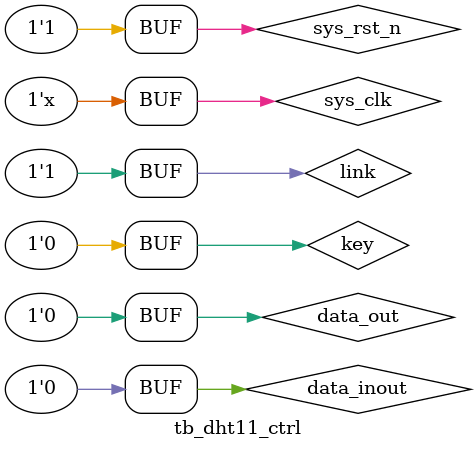
<source format=v>
`timescale 1ns/1ns
module tb_dht11_ctrl();
reg		sys_clk		;
reg		sys_rst_n	;
reg		key			;
reg		data_out	;
reg		link		;

wire	data_inout	;

wire	data		;
wire	sign		;

parameter 	D_40MS	=	40_000_000	,
			D_30MS	= 	30_000_000	,
			D_30US	= 	30_000		,
			D_80US	= 	80_000		,
			D_1000MS= 	1000_000_000,
			D_200MS	= 	200_000_000	,
			
			D_50US	= 	50_000		,
			D_27US	= 	27_000		,
			D_70US	=	70_000		;
			
			

//测试数据,温度：24.26,湿度70,数据流：01000110_00000000__00011000_00011010__01111000
			

initial
	begin
	sys_clk	= 1'b1;
	sys_rst_n <= 1'b0;
	key	<= 1'b0;
	data_out <= 1'b1;
	link	<= 1'b1;
	#30
	sys_rst_n <= 1'b1;
	#D_1000MS 
	link	<= 1'b0;  //释放控制权
	#D_30MS			//DHT11至少需要获得18ms的总线控制权
	link	<= 1'b1; //收回控制权
	data_out <= 1'b1;
	#D_30US
	
	//响应ASK
	data_out <= 1'b0;
	#D_80US
	data_out <= 1'b1;
	#D_80US
	

//测试数据1,温度：24.26,湿度70,数据流：01000110_00000000__00011000_00011010__01111000
	//数据部分
	
	//bit[39]
	//0
	data_out <= 1'b0;
	#D_50US
	data_out <= 1'b1;
	#D_27US
	
	//bit[38]
	//1
	data_out <= 1'b0;
	#D_50US
	data_out <= 1'b1;
	#D_70US	
	
	//bit[37]
	//0
	data_out <= 1'b0;
	#D_50US
	data_out <= 1'b1;
	#D_27US
	
	//bit[36]
	//0
	data_out <= 1'b0;
	#D_50US
	data_out <= 1'b1;
	#D_27US
	
	//bit[35]
	//0
	data_out <= 1'b0;
	#D_50US
	data_out <= 1'b1;
	#D_27US
	
	//bit[34]
	//1
	data_out <= 1'b0;
	#D_50US
	data_out <= 1'b1;
	#D_70US	
	
	//bit[33]
	//1
	data_out <= 1'b0;
	#D_50US
	data_out <= 1'b1;
	#D_70US	
	
	//bit[32]
	//0
	data_out <= 1'b0;
	#D_50US
	data_out <= 1'b1;
	#D_27US
	
	//bit[31]
	//0
	data_out <= 1'b0;
	#D_50US
	data_out <= 1'b1;
	#D_27US
	
	//bit[30]
	//0
	data_out <= 1'b0;
	#D_50US
	data_out <= 1'b1;
	#D_27US
	
	//bit[29]
	//0
	data_out <= 1'b0;
	#D_50US
	data_out <= 1'b1;
	#D_27US
	
	//bit[28]
	//0
	data_out <= 1'b0;
	#D_50US
	data_out <= 1'b1;
	#D_27US
	
	//bit[27]
	//0
	data_out <= 1'b0;
	#D_50US
	data_out <= 1'b1;
	#D_27US
	
	//bit[26]
	//0
	data_out <= 1'b0;
	#D_50US
	data_out <= 1'b1;
	#D_27US
	
	//bit[25]
	//0
	data_out <= 1'b0;
	#D_50US
	data_out <= 1'b1;
	#D_27US
	
	//bit[24]
	//0
	data_out <= 1'b0;
	#D_50US
	data_out <= 1'b1;
	#D_27US
	
	
	//bit[23]
	//0
	data_out <= 1'b0;
	#D_50US
	data_out <= 1'b1;
	#D_27US
	
	//bit[22]
	//0
	data_out <= 1'b0;
	#D_50US
	data_out <= 1'b1;
	#D_27US
	
	//bit[21]
	//0
	data_out <= 1'b0;
	#D_50US
	data_out <= 1'b1;
	#D_27US
	
	//bit[20]
	//1
	data_out <= 1'b0;
	#D_50US
	data_out <= 1'b1;
	#D_70US	
	
	//bit[19]
	//1
	data_out <= 1'b0;
	#D_50US
	data_out <= 1'b1;
	#D_70US	
	
	//bit[18]
	//0
	data_out <= 1'b0;
	#D_50US
	data_out <= 1'b1;
	#D_27US
	
	//bit[17]
	//0
	data_out <= 1'b0;
	#D_50US
	data_out <= 1'b1;
	#D_27US
	
	//bit[16]
	//0
	data_out <= 1'b0;
	#D_50US
	data_out <= 1'b1;
	#D_27US
	
	//bit[15]
	//0
	data_out <= 1'b0;
	#D_50US
	data_out <= 1'b1;
	#D_27US
	
	//bit[14]
	//0
	data_out <= 1'b0;
	#D_50US
	data_out <= 1'b1;
	#D_27US
	
	//bit[13]
	//0
	data_out <= 1'b0;
	#D_50US
	data_out <= 1'b1;
	#D_27US
	
	//bit[12]
	//1
	data_out <= 1'b0;
	#D_50US
	data_out <= 1'b1;
	#D_70US	
	
	//bit[11]
	//1
	data_out <= 1'b0;
	#D_50US
	data_out <= 1'b1;
	#D_70US	
	
	//bit[10]
	//0
	data_out <= 1'b0;
	#D_50US
	data_out <= 1'b1;
	#D_27US
	
	//bit[9]
	//1
	data_out <= 1'b0;
	#D_50US
	data_out <= 1'b1;
	#D_70US	
	
	//bit[8]
	//0
	data_out <= 1'b0;
	#D_50US
	data_out <= 1'b1;
	#D_27US
	
	
	//bit[7]
	//0
	data_out <= 1'b0;
	#D_50US
	data_out <= 1'b1;
	#D_27US
	
	//bit[6]
	//1
	data_out <= 1'b0;
	#D_50US
	data_out <= 1'b1;
	#D_70US	
	
	//bit[5]
	//1
	data_out <= 1'b0;
	#D_50US
	data_out <= 1'b1;
	#D_70US	
	
	//bit[4]
	//1
	data_out <= 1'b0;
	#D_50US
	data_out <= 1'b1;
	#D_70US	
	
	//bit[3]
	//1
	data_out <= 1'b0;
	#D_50US
	data_out <= 1'b1;
	#D_70US	
	
	//bit[2]
	//0
	data_out <= 1'b0;
	#D_50US
	data_out <= 1'b1;
	#D_27US
	
	//bit[1]
	//0
	data_out <= 1'b0;
	#D_50US
	data_out <= 1'b1;
	#D_27US
	
	//bit[0]
	//0
	data_out <= 1'b0;
	#D_50US
	data_out <= 1'b1;
	#D_27US
	
	data_out <= 1'b0;


	end
	
//sys_clk
always#10 sys_clk = ~sys_clk;


dht11_ctrl dht11_ctrl_inst
(
	.sys_clk		(sys_clk	),
	.sys_rst_n		(sys_rst_n	),
	.key			(key		),

	.data_inout		(data_inout	),

	.data			(data		),
	.sign		    (sign		)

);

//data_inout
assign data_inout = (link)? data_out : 1'bz;

endmodule
</source>
